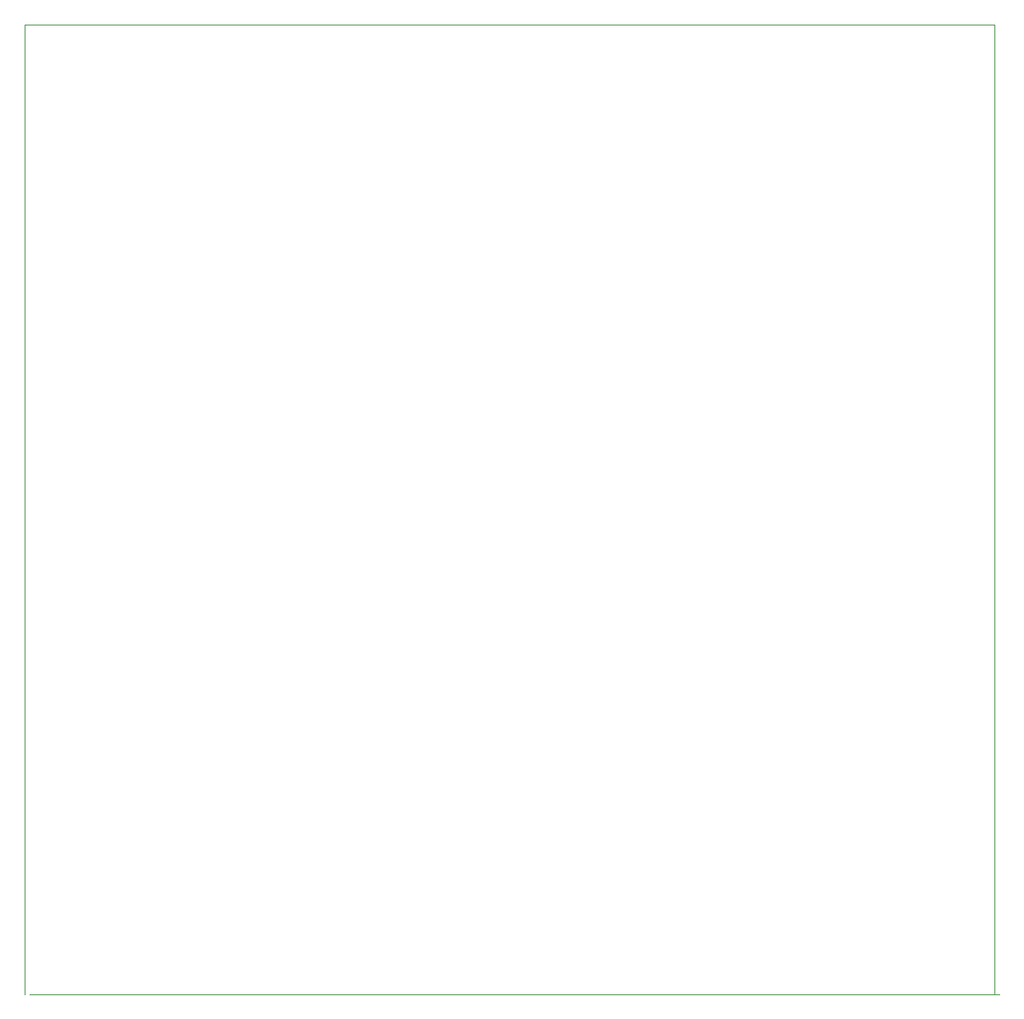
<source format=gko>
G04 (created by PCBNEW (2013-08-24 BZR 4298)-stable) date Sat 23 Aug 2014 12:07:27 PM PDT*
%MOIN*%
G04 Gerber Fmt 3.4, Leading zero omitted, Abs format*
%FSLAX34Y34*%
G01*
G70*
G90*
G04 APERTURE LIST*
%ADD10C,0.005906*%
%ADD11C,0.003937*%
G04 APERTURE END LIST*
G54D10*
G54D11*
X73228Y-19094D02*
X33858Y-19094D01*
X34055Y-58464D02*
X73425Y-58464D01*
X33858Y-58464D02*
X33858Y-19094D01*
X73228Y-19094D02*
X73228Y-58464D01*
M02*

</source>
